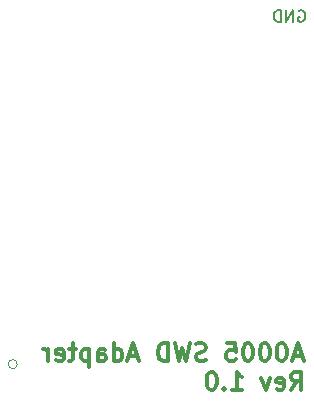
<source format=gbr>
%TF.GenerationSoftware,KiCad,Pcbnew,7.0.6*%
%TF.CreationDate,2023-08-02T20:25:14-07:00*%
%TF.ProjectId,A0004-SWD-Adapter,41303030-342d-4535-9744-2d4164617074,rev?*%
%TF.SameCoordinates,Original*%
%TF.FileFunction,Legend,Bot*%
%TF.FilePolarity,Positive*%
%FSLAX46Y46*%
G04 Gerber Fmt 4.6, Leading zero omitted, Abs format (unit mm)*
G04 Created by KiCad (PCBNEW 7.0.6) date 2023-08-02 20:25:14*
%MOMM*%
%LPD*%
G01*
G04 APERTURE LIST*
%ADD10C,0.300000*%
%ADD11C,0.150000*%
%ADD12C,0.120000*%
G04 APERTURE END LIST*
D10*
X146074917Y-117152257D02*
X145360632Y-117152257D01*
X146217774Y-117580828D02*
X145717774Y-116080828D01*
X145717774Y-116080828D02*
X145217774Y-117580828D01*
X144432060Y-116080828D02*
X144289203Y-116080828D01*
X144289203Y-116080828D02*
X144146346Y-116152257D01*
X144146346Y-116152257D02*
X144074918Y-116223685D01*
X144074918Y-116223685D02*
X144003489Y-116366542D01*
X144003489Y-116366542D02*
X143932060Y-116652257D01*
X143932060Y-116652257D02*
X143932060Y-117009400D01*
X143932060Y-117009400D02*
X144003489Y-117295114D01*
X144003489Y-117295114D02*
X144074918Y-117437971D01*
X144074918Y-117437971D02*
X144146346Y-117509400D01*
X144146346Y-117509400D02*
X144289203Y-117580828D01*
X144289203Y-117580828D02*
X144432060Y-117580828D01*
X144432060Y-117580828D02*
X144574918Y-117509400D01*
X144574918Y-117509400D02*
X144646346Y-117437971D01*
X144646346Y-117437971D02*
X144717775Y-117295114D01*
X144717775Y-117295114D02*
X144789203Y-117009400D01*
X144789203Y-117009400D02*
X144789203Y-116652257D01*
X144789203Y-116652257D02*
X144717775Y-116366542D01*
X144717775Y-116366542D02*
X144646346Y-116223685D01*
X144646346Y-116223685D02*
X144574918Y-116152257D01*
X144574918Y-116152257D02*
X144432060Y-116080828D01*
X143003489Y-116080828D02*
X142860632Y-116080828D01*
X142860632Y-116080828D02*
X142717775Y-116152257D01*
X142717775Y-116152257D02*
X142646347Y-116223685D01*
X142646347Y-116223685D02*
X142574918Y-116366542D01*
X142574918Y-116366542D02*
X142503489Y-116652257D01*
X142503489Y-116652257D02*
X142503489Y-117009400D01*
X142503489Y-117009400D02*
X142574918Y-117295114D01*
X142574918Y-117295114D02*
X142646347Y-117437971D01*
X142646347Y-117437971D02*
X142717775Y-117509400D01*
X142717775Y-117509400D02*
X142860632Y-117580828D01*
X142860632Y-117580828D02*
X143003489Y-117580828D01*
X143003489Y-117580828D02*
X143146347Y-117509400D01*
X143146347Y-117509400D02*
X143217775Y-117437971D01*
X143217775Y-117437971D02*
X143289204Y-117295114D01*
X143289204Y-117295114D02*
X143360632Y-117009400D01*
X143360632Y-117009400D02*
X143360632Y-116652257D01*
X143360632Y-116652257D02*
X143289204Y-116366542D01*
X143289204Y-116366542D02*
X143217775Y-116223685D01*
X143217775Y-116223685D02*
X143146347Y-116152257D01*
X143146347Y-116152257D02*
X143003489Y-116080828D01*
X141574918Y-116080828D02*
X141432061Y-116080828D01*
X141432061Y-116080828D02*
X141289204Y-116152257D01*
X141289204Y-116152257D02*
X141217776Y-116223685D01*
X141217776Y-116223685D02*
X141146347Y-116366542D01*
X141146347Y-116366542D02*
X141074918Y-116652257D01*
X141074918Y-116652257D02*
X141074918Y-117009400D01*
X141074918Y-117009400D02*
X141146347Y-117295114D01*
X141146347Y-117295114D02*
X141217776Y-117437971D01*
X141217776Y-117437971D02*
X141289204Y-117509400D01*
X141289204Y-117509400D02*
X141432061Y-117580828D01*
X141432061Y-117580828D02*
X141574918Y-117580828D01*
X141574918Y-117580828D02*
X141717776Y-117509400D01*
X141717776Y-117509400D02*
X141789204Y-117437971D01*
X141789204Y-117437971D02*
X141860633Y-117295114D01*
X141860633Y-117295114D02*
X141932061Y-117009400D01*
X141932061Y-117009400D02*
X141932061Y-116652257D01*
X141932061Y-116652257D02*
X141860633Y-116366542D01*
X141860633Y-116366542D02*
X141789204Y-116223685D01*
X141789204Y-116223685D02*
X141717776Y-116152257D01*
X141717776Y-116152257D02*
X141574918Y-116080828D01*
X139717776Y-116080828D02*
X140432062Y-116080828D01*
X140432062Y-116080828D02*
X140503490Y-116795114D01*
X140503490Y-116795114D02*
X140432062Y-116723685D01*
X140432062Y-116723685D02*
X140289205Y-116652257D01*
X140289205Y-116652257D02*
X139932062Y-116652257D01*
X139932062Y-116652257D02*
X139789205Y-116723685D01*
X139789205Y-116723685D02*
X139717776Y-116795114D01*
X139717776Y-116795114D02*
X139646347Y-116937971D01*
X139646347Y-116937971D02*
X139646347Y-117295114D01*
X139646347Y-117295114D02*
X139717776Y-117437971D01*
X139717776Y-117437971D02*
X139789205Y-117509400D01*
X139789205Y-117509400D02*
X139932062Y-117580828D01*
X139932062Y-117580828D02*
X140289205Y-117580828D01*
X140289205Y-117580828D02*
X140432062Y-117509400D01*
X140432062Y-117509400D02*
X140503490Y-117437971D01*
X137932062Y-117509400D02*
X137717777Y-117580828D01*
X137717777Y-117580828D02*
X137360634Y-117580828D01*
X137360634Y-117580828D02*
X137217777Y-117509400D01*
X137217777Y-117509400D02*
X137146348Y-117437971D01*
X137146348Y-117437971D02*
X137074919Y-117295114D01*
X137074919Y-117295114D02*
X137074919Y-117152257D01*
X137074919Y-117152257D02*
X137146348Y-117009400D01*
X137146348Y-117009400D02*
X137217777Y-116937971D01*
X137217777Y-116937971D02*
X137360634Y-116866542D01*
X137360634Y-116866542D02*
X137646348Y-116795114D01*
X137646348Y-116795114D02*
X137789205Y-116723685D01*
X137789205Y-116723685D02*
X137860634Y-116652257D01*
X137860634Y-116652257D02*
X137932062Y-116509400D01*
X137932062Y-116509400D02*
X137932062Y-116366542D01*
X137932062Y-116366542D02*
X137860634Y-116223685D01*
X137860634Y-116223685D02*
X137789205Y-116152257D01*
X137789205Y-116152257D02*
X137646348Y-116080828D01*
X137646348Y-116080828D02*
X137289205Y-116080828D01*
X137289205Y-116080828D02*
X137074919Y-116152257D01*
X136574920Y-116080828D02*
X136217777Y-117580828D01*
X136217777Y-117580828D02*
X135932063Y-116509400D01*
X135932063Y-116509400D02*
X135646348Y-117580828D01*
X135646348Y-117580828D02*
X135289206Y-116080828D01*
X134717777Y-117580828D02*
X134717777Y-116080828D01*
X134717777Y-116080828D02*
X134360634Y-116080828D01*
X134360634Y-116080828D02*
X134146348Y-116152257D01*
X134146348Y-116152257D02*
X134003491Y-116295114D01*
X134003491Y-116295114D02*
X133932062Y-116437971D01*
X133932062Y-116437971D02*
X133860634Y-116723685D01*
X133860634Y-116723685D02*
X133860634Y-116937971D01*
X133860634Y-116937971D02*
X133932062Y-117223685D01*
X133932062Y-117223685D02*
X134003491Y-117366542D01*
X134003491Y-117366542D02*
X134146348Y-117509400D01*
X134146348Y-117509400D02*
X134360634Y-117580828D01*
X134360634Y-117580828D02*
X134717777Y-117580828D01*
X132146348Y-117152257D02*
X131432063Y-117152257D01*
X132289205Y-117580828D02*
X131789205Y-116080828D01*
X131789205Y-116080828D02*
X131289205Y-117580828D01*
X130146349Y-117580828D02*
X130146349Y-116080828D01*
X130146349Y-117509400D02*
X130289206Y-117580828D01*
X130289206Y-117580828D02*
X130574920Y-117580828D01*
X130574920Y-117580828D02*
X130717777Y-117509400D01*
X130717777Y-117509400D02*
X130789206Y-117437971D01*
X130789206Y-117437971D02*
X130860634Y-117295114D01*
X130860634Y-117295114D02*
X130860634Y-116866542D01*
X130860634Y-116866542D02*
X130789206Y-116723685D01*
X130789206Y-116723685D02*
X130717777Y-116652257D01*
X130717777Y-116652257D02*
X130574920Y-116580828D01*
X130574920Y-116580828D02*
X130289206Y-116580828D01*
X130289206Y-116580828D02*
X130146349Y-116652257D01*
X128789206Y-117580828D02*
X128789206Y-116795114D01*
X128789206Y-116795114D02*
X128860634Y-116652257D01*
X128860634Y-116652257D02*
X129003491Y-116580828D01*
X129003491Y-116580828D02*
X129289206Y-116580828D01*
X129289206Y-116580828D02*
X129432063Y-116652257D01*
X128789206Y-117509400D02*
X128932063Y-117580828D01*
X128932063Y-117580828D02*
X129289206Y-117580828D01*
X129289206Y-117580828D02*
X129432063Y-117509400D01*
X129432063Y-117509400D02*
X129503491Y-117366542D01*
X129503491Y-117366542D02*
X129503491Y-117223685D01*
X129503491Y-117223685D02*
X129432063Y-117080828D01*
X129432063Y-117080828D02*
X129289206Y-117009400D01*
X129289206Y-117009400D02*
X128932063Y-117009400D01*
X128932063Y-117009400D02*
X128789206Y-116937971D01*
X128074920Y-116580828D02*
X128074920Y-118080828D01*
X128074920Y-116652257D02*
X127932063Y-116580828D01*
X127932063Y-116580828D02*
X127646348Y-116580828D01*
X127646348Y-116580828D02*
X127503491Y-116652257D01*
X127503491Y-116652257D02*
X127432063Y-116723685D01*
X127432063Y-116723685D02*
X127360634Y-116866542D01*
X127360634Y-116866542D02*
X127360634Y-117295114D01*
X127360634Y-117295114D02*
X127432063Y-117437971D01*
X127432063Y-117437971D02*
X127503491Y-117509400D01*
X127503491Y-117509400D02*
X127646348Y-117580828D01*
X127646348Y-117580828D02*
X127932063Y-117580828D01*
X127932063Y-117580828D02*
X128074920Y-117509400D01*
X126932062Y-116580828D02*
X126360634Y-116580828D01*
X126717777Y-116080828D02*
X126717777Y-117366542D01*
X126717777Y-117366542D02*
X126646348Y-117509400D01*
X126646348Y-117509400D02*
X126503491Y-117580828D01*
X126503491Y-117580828D02*
X126360634Y-117580828D01*
X125289205Y-117509400D02*
X125432062Y-117580828D01*
X125432062Y-117580828D02*
X125717777Y-117580828D01*
X125717777Y-117580828D02*
X125860634Y-117509400D01*
X125860634Y-117509400D02*
X125932062Y-117366542D01*
X125932062Y-117366542D02*
X125932062Y-116795114D01*
X125932062Y-116795114D02*
X125860634Y-116652257D01*
X125860634Y-116652257D02*
X125717777Y-116580828D01*
X125717777Y-116580828D02*
X125432062Y-116580828D01*
X125432062Y-116580828D02*
X125289205Y-116652257D01*
X125289205Y-116652257D02*
X125217777Y-116795114D01*
X125217777Y-116795114D02*
X125217777Y-116937971D01*
X125217777Y-116937971D02*
X125932062Y-117080828D01*
X124574920Y-117580828D02*
X124574920Y-116580828D01*
X124574920Y-116866542D02*
X124503491Y-116723685D01*
X124503491Y-116723685D02*
X124432063Y-116652257D01*
X124432063Y-116652257D02*
X124289205Y-116580828D01*
X124289205Y-116580828D02*
X124146348Y-116580828D01*
X145146346Y-119995828D02*
X145646346Y-119281542D01*
X146003489Y-119995828D02*
X146003489Y-118495828D01*
X146003489Y-118495828D02*
X145432060Y-118495828D01*
X145432060Y-118495828D02*
X145289203Y-118567257D01*
X145289203Y-118567257D02*
X145217774Y-118638685D01*
X145217774Y-118638685D02*
X145146346Y-118781542D01*
X145146346Y-118781542D02*
X145146346Y-118995828D01*
X145146346Y-118995828D02*
X145217774Y-119138685D01*
X145217774Y-119138685D02*
X145289203Y-119210114D01*
X145289203Y-119210114D02*
X145432060Y-119281542D01*
X145432060Y-119281542D02*
X146003489Y-119281542D01*
X143932060Y-119924400D02*
X144074917Y-119995828D01*
X144074917Y-119995828D02*
X144360632Y-119995828D01*
X144360632Y-119995828D02*
X144503489Y-119924400D01*
X144503489Y-119924400D02*
X144574917Y-119781542D01*
X144574917Y-119781542D02*
X144574917Y-119210114D01*
X144574917Y-119210114D02*
X144503489Y-119067257D01*
X144503489Y-119067257D02*
X144360632Y-118995828D01*
X144360632Y-118995828D02*
X144074917Y-118995828D01*
X144074917Y-118995828D02*
X143932060Y-119067257D01*
X143932060Y-119067257D02*
X143860632Y-119210114D01*
X143860632Y-119210114D02*
X143860632Y-119352971D01*
X143860632Y-119352971D02*
X144574917Y-119495828D01*
X143360632Y-118995828D02*
X143003489Y-119995828D01*
X143003489Y-119995828D02*
X142646346Y-118995828D01*
X140146346Y-119995828D02*
X141003489Y-119995828D01*
X140574918Y-119995828D02*
X140574918Y-118495828D01*
X140574918Y-118495828D02*
X140717775Y-118710114D01*
X140717775Y-118710114D02*
X140860632Y-118852971D01*
X140860632Y-118852971D02*
X141003489Y-118924400D01*
X139503490Y-119852971D02*
X139432061Y-119924400D01*
X139432061Y-119924400D02*
X139503490Y-119995828D01*
X139503490Y-119995828D02*
X139574918Y-119924400D01*
X139574918Y-119924400D02*
X139503490Y-119852971D01*
X139503490Y-119852971D02*
X139503490Y-119995828D01*
X138503489Y-118495828D02*
X138360632Y-118495828D01*
X138360632Y-118495828D02*
X138217775Y-118567257D01*
X138217775Y-118567257D02*
X138146347Y-118638685D01*
X138146347Y-118638685D02*
X138074918Y-118781542D01*
X138074918Y-118781542D02*
X138003489Y-119067257D01*
X138003489Y-119067257D02*
X138003489Y-119424400D01*
X138003489Y-119424400D02*
X138074918Y-119710114D01*
X138074918Y-119710114D02*
X138146347Y-119852971D01*
X138146347Y-119852971D02*
X138217775Y-119924400D01*
X138217775Y-119924400D02*
X138360632Y-119995828D01*
X138360632Y-119995828D02*
X138503489Y-119995828D01*
X138503489Y-119995828D02*
X138646347Y-119924400D01*
X138646347Y-119924400D02*
X138717775Y-119852971D01*
X138717775Y-119852971D02*
X138789204Y-119710114D01*
X138789204Y-119710114D02*
X138860632Y-119424400D01*
X138860632Y-119424400D02*
X138860632Y-119067257D01*
X138860632Y-119067257D02*
X138789204Y-118781542D01*
X138789204Y-118781542D02*
X138717775Y-118638685D01*
X138717775Y-118638685D02*
X138646347Y-118567257D01*
X138646347Y-118567257D02*
X138503489Y-118495828D01*
D11*
X145795904Y-87894438D02*
X145891142Y-87846819D01*
X145891142Y-87846819D02*
X146033999Y-87846819D01*
X146033999Y-87846819D02*
X146176856Y-87894438D01*
X146176856Y-87894438D02*
X146272094Y-87989676D01*
X146272094Y-87989676D02*
X146319713Y-88084914D01*
X146319713Y-88084914D02*
X146367332Y-88275390D01*
X146367332Y-88275390D02*
X146367332Y-88418247D01*
X146367332Y-88418247D02*
X146319713Y-88608723D01*
X146319713Y-88608723D02*
X146272094Y-88703961D01*
X146272094Y-88703961D02*
X146176856Y-88799200D01*
X146176856Y-88799200D02*
X146033999Y-88846819D01*
X146033999Y-88846819D02*
X145938761Y-88846819D01*
X145938761Y-88846819D02*
X145795904Y-88799200D01*
X145795904Y-88799200D02*
X145748285Y-88751580D01*
X145748285Y-88751580D02*
X145748285Y-88418247D01*
X145748285Y-88418247D02*
X145938761Y-88418247D01*
X145319713Y-88846819D02*
X145319713Y-87846819D01*
X145319713Y-87846819D02*
X144748285Y-88846819D01*
X144748285Y-88846819D02*
X144748285Y-87846819D01*
X144272094Y-88846819D02*
X144272094Y-87846819D01*
X144272094Y-87846819D02*
X144033999Y-87846819D01*
X144033999Y-87846819D02*
X143891142Y-87894438D01*
X143891142Y-87894438D02*
X143795904Y-87989676D01*
X143795904Y-87989676D02*
X143748285Y-88084914D01*
X143748285Y-88084914D02*
X143700666Y-88275390D01*
X143700666Y-88275390D02*
X143700666Y-88418247D01*
X143700666Y-88418247D02*
X143748285Y-88608723D01*
X143748285Y-88608723D02*
X143795904Y-88703961D01*
X143795904Y-88703961D02*
X143891142Y-88799200D01*
X143891142Y-88799200D02*
X144033999Y-88846819D01*
X144033999Y-88846819D02*
X144272094Y-88846819D01*
D12*
%TO.C,P1*%
X121964450Y-117838499D02*
G75*
G03*
X121964450Y-117838499I-381000J0D01*
G01*
%TD*%
M02*

</source>
